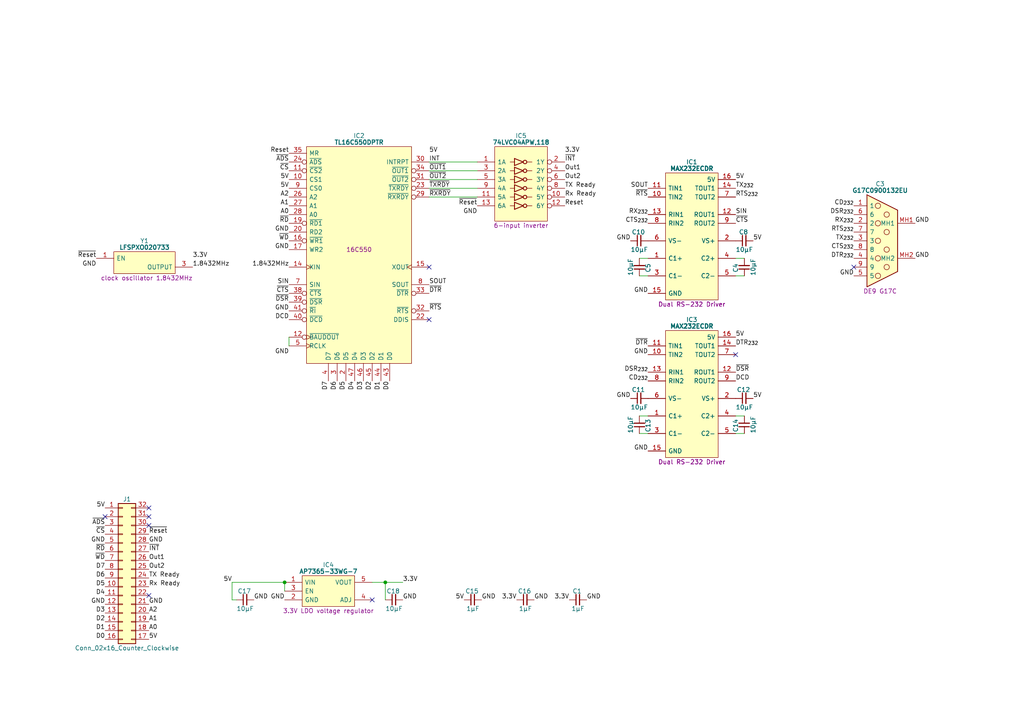
<source format=kicad_sch>
(kicad_sch (version 20230121) (generator eeschema)
  (paper "A4")
  (title_block (title "GPIO 4bit"))
  (lib_symbols
    (symbol "Amphenol:G17C0900132EU" (pin_names (offset 0.762))
      (property "Reference" "C" (at 7.62 6.35 0))
      (property "Value" "G17C0900132EU" (at 7.62 4.445 0))
      (property "Description" "DE9 G17C" (at 7.62 -24.765 0))
      (symbol "G17C0900132EU_0_0"
        (pin passive line (at 17.78 -5.08 180) (length 5.08) (name "MH1") (number "MH1"))
      )
      (symbol "G17C0900132EU_0_1"
        (polyline (pts (xy 3.81 3.175) (xy 3.81 -23.495) (xy 12.7 -19.05) (xy 12.7 -1.27) (xy 3.81 3.175)) (stroke (width 0.254)) (fill (type background)))
        (circle (center 6.985 -20.32) (radius 0.762))
        (circle (center 6.985 -15.24) (radius 0.762))
        (circle (center 6.985 -10.16) (radius 0.762))
        (circle (center 6.985 -5.08) (radius 0.762))
        (circle (center 6.985 0) (radius 0.762))
        (circle (center 9.525 -17.78) (radius 0.762))
        (circle (center 9.525 -12.7) (radius 0.762))
        (circle (center 9.525 -7.62) (radius 0.762))
        (circle (center 9.525 -2.54) (radius 0.762))
      )
      (symbol "G17C0900132EU_1_0"
        (pin passive line (at 17.78 -15.24 180) (length 5.08) (name "MH2") (number "MH2"))
      )
      (symbol "G17C0900132EU_1_1"
        (pin passive line (at 0 0 0) (length 3.81) (name "1") (number "1"))
        (pin passive line (at 0 -5.08 0) (length 3.81) (name "2") (number "2"))
        (pin passive line (at 0 -10.16 0) (length 3.81) (name "3") (number "3"))
        (pin passive line (at 0 -15.24 0) (length 3.81) (name "4") (number "4"))
        (pin passive line (at 0 -20.32 0) (length 3.81) (name "5") (number "5"))
        (pin passive line (at 0 -2.54 0) (length 3.81) (name "6") (number "6"))
        (pin passive line (at 0 -7.62 0) (length 3.81) (name "7") (number "7"))
        (pin passive line (at 0 -12.7 0) (length 3.81) (name "8") (number "8"))
        (pin passive line (at 0 -17.78 0) (length 3.81) (name "9") (number "9"))
      )
    )
    (symbol "Connector_Generic:Conn_02x16_Counter_Clockwise" (pin_names (offset 1.016) hide)
      (property "Reference" "J" (at 1.27 20.32 0))
      (property "Value" "Conn_02x16_Counter_Clockwise" (at 1.27 -22.86 0))
      (symbol "Conn_02x16_Counter_Clockwise_1_1"
        (rectangle (start -1.27 -20.193) (end 0 -20.447) (stroke (width 0.1524)))
        (rectangle (start -1.27 -17.653) (end 0 -17.907) (stroke (width 0.1524)))
        (rectangle (start -1.27 -15.113) (end 0 -15.367) (stroke (width 0.1524)))
        (rectangle (start -1.27 -12.573) (end 0 -12.827) (stroke (width 0.1524)))
        (rectangle (start -1.27 -10.033) (end 0 -10.287) (stroke (width 0.1524)))
        (rectangle (start -1.27 -7.493) (end 0 -7.747) (stroke (width 0.1524)))
        (rectangle (start -1.27 -4.953) (end 0 -5.207) (stroke (width 0.1524)))
        (rectangle (start -1.27 -2.413) (end 0 -2.667) (stroke (width 0.1524)))
        (rectangle (start -1.27 0.127) (end 0 -0.127) (stroke (width 0.1524)))
        (rectangle (start -1.27 2.667) (end 0 2.413) (stroke (width 0.1524)))
        (rectangle (start -1.27 5.207) (end 0 4.953) (stroke (width 0.1524)))
        (rectangle (start -1.27 7.747) (end 0 7.493) (stroke (width 0.1524)))
        (rectangle (start -1.27 10.287) (end 0 10.033) (stroke (width 0.1524)))
        (rectangle (start -1.27 12.827) (end 0 12.573) (stroke (width 0.1524)))
        (rectangle (start -1.27 15.367) (end 0 15.113) (stroke (width 0.1524)))
        (rectangle (start -1.27 17.907) (end 0 17.653) (stroke (width 0.1524)))
        (rectangle (start -1.27 19.05) (end 3.81 -21.59) (stroke (width 0.254)) (fill (type background)))
        (rectangle (start 3.81 -20.193) (end 2.54 -20.447) (stroke (width 0.1524)))
        (rectangle (start 3.81 -17.653) (end 2.54 -17.907) (stroke (width 0.1524)))
        (rectangle (start 3.81 -15.113) (end 2.54 -15.367) (stroke (width 0.1524)))
        (rectangle (start 3.81 -12.573) (end 2.54 -12.827) (stroke (width 0.1524)))
        (rectangle (start 3.81 -10.033) (end 2.54 -10.287) (stroke (width 0.1524)))
        (rectangle (start 3.81 -7.493) (end 2.54 -7.747) (stroke (width 0.1524)))
        (rectangle (start 3.81 -4.953) (end 2.54 -5.207) (stroke (width 0.1524)))
        (rectangle (start 3.81 -2.413) (end 2.54 -2.667) (stroke (width 0.1524)))
        (rectangle (start 3.81 0.127) (end 2.54 -0.127) (stroke (width 0.1524)))
        (rectangle (start 3.81 2.667) (end 2.54 2.413) (stroke (width 0.1524)))
        (rectangle (start 3.81 5.207) (end 2.54 4.953) (stroke (width 0.1524)))
        (rectangle (start 3.81 7.747) (end 2.54 7.493) (stroke (width 0.1524)))
        (rectangle (start 3.81 10.287) (end 2.54 10.033) (stroke (width 0.1524)))
        (rectangle (start 3.81 12.827) (end 2.54 12.573) (stroke (width 0.1524)))
        (rectangle (start 3.81 15.367) (end 2.54 15.113) (stroke (width 0.1524)))
        (rectangle (start 3.81 17.907) (end 2.54 17.653) (stroke (width 0.1524)))
        (pin passive line (at -5.08 17.78 0) (length 3.81) (name "Pin_1") (number "1"))
        (pin passive line (at -5.08 -5.08 0) (length 3.81) (name "Pin_10") (number "10"))
        (pin passive line (at -5.08 -7.62 0) (length 3.81) (name "Pin_11") (number "11"))
        (pin passive line (at -5.08 -10.16 0) (length 3.81) (name "Pin_12") (number "12"))
        (pin passive line (at -5.08 -12.7 0) (length 3.81) (name "Pin_13") (number "13"))
        (pin passive line (at -5.08 -15.24 0) (length 3.81) (name "Pin_14") (number "14"))
        (pin passive line (at -5.08 -17.78 0) (length 3.81) (name "Pin_15") (number "15"))
        (pin passive line (at -5.08 -20.32 0) (length 3.81) (name "Pin_16") (number "16"))
        (pin passive line (at 7.62 -20.32 180) (length 3.81) (name "Pin_17") (number "17"))
        (pin passive line (at 7.62 -17.78 180) (length 3.81) (name "Pin_18") (number "18"))
        (pin passive line (at 7.62 -15.24 180) (length 3.81) (name "Pin_19") (number "19"))
        (pin passive line (at -5.08 15.24 0) (length 3.81) (name "Pin_2") (number "2"))
        (pin passive line (at 7.62 -12.7 180) (length 3.81) (name "Pin_20") (number "20"))
        (pin passive line (at 7.62 -10.16 180) (length 3.81) (name "Pin_21") (number "21"))
        (pin passive line (at 7.62 -7.62 180) (length 3.81) (name "Pin_22") (number "22"))
        (pin passive line (at 7.62 -5.08 180) (length 3.81) (name "Pin_23") (number "23"))
        (pin passive line (at 7.62 -2.54 180) (length 3.81) (name "Pin_24") (number "24"))
        (pin passive line (at 7.62 0 180) (length 3.81) (name "Pin_25") (number "25"))
        (pin passive line (at 7.62 2.54 180) (length 3.81) (name "Pin_26") (number "26"))
        (pin passive line (at 7.62 5.08 180) (length 3.81) (name "Pin_27") (number "27"))
        (pin passive line (at 7.62 7.62 180) (length 3.81) (name "Pin_28") (number "28"))
        (pin passive line (at 7.62 10.16 180) (length 3.81) (name "Pin_29") (number "29"))
        (pin passive line (at -5.08 12.7 0) (length 3.81) (name "Pin_3") (number "3"))
        (pin passive line (at 7.62 12.7 180) (length 3.81) (name "Pin_30") (number "30"))
        (pin passive line (at 7.62 15.24 180) (length 3.81) (name "Pin_31") (number "31"))
        (pin passive line (at 7.62 17.78 180) (length 3.81) (name "Pin_32") (number "32"))
        (pin passive line (at -5.08 10.16 0) (length 3.81) (name "Pin_4") (number "4"))
        (pin passive line (at -5.08 7.62 0) (length 3.81) (name "Pin_5") (number "5"))
        (pin passive line (at -5.08 5.08 0) (length 3.81) (name "Pin_6") (number "6"))
        (pin passive line (at -5.08 2.54 0) (length 3.81) (name "Pin_7") (number "7"))
        (pin passive line (at -5.08 0 0) (length 3.81) (name "Pin_8") (number "8"))
        (pin passive line (at -5.08 -2.54 0) (length 3.81) (name "Pin_9") (number "9"))
      )
    )
    (symbol "Diodes_Inc:AP7365-33WG-7" (pin_names (offset 0.762))
      (property "Reference" "IC" (at 12.7 5.08 0))
      (property "Value" "AP7365-33WG-7" (at 12.7 3.175 0))
      (property "Description" "3.3V LDO voltage regulator" (at 12.7 -8.255 0))
      (symbol "AP7365-33WG-7_0_0"
        (pin passive line (at 0 0 0) (length 5.08) (name "VIN") (number "1"))
        (pin passive line (at 0 -5.08 0) (length 5.08) (name "GND") (number "2"))
        (pin input line (at 0 -2.54 0) (length 5.08) (name "EN") (number "3"))
        (pin passive line (at 25.4 -5.08 180) (length 5.08) (name "ADJ") (number "4"))
        (pin passive line (at 25.4 0 180) (length 5.08) (name "VOUT") (number "5"))
      )
      (symbol "AP7365-33WG-7_0_1"
        (polyline (pts (xy 5.08 1.905) (xy 20.32 1.905) (xy 20.32 -6.985) (xy 5.08 -6.985) (xy 5.08 1.905)) (fill (type background)))
      )
    )
    (symbol "HCP65:C_0805" (pin_numbers hide) (pin_names (offset 0.254) hide)
      (property "Reference" "C" (at 2.286 2.54 0))
      (property "Value" "?μF" (at 2.54 -2.54 0))
      (symbol "C_0805_0_1"
        (polyline (pts (xy 1.9685 -1.4605) (xy 1.9685 1.5875)) (stroke (width 0.3048)))
        (polyline (pts (xy 2.9845 -1.4605) (xy 2.9845 1.5875)) (stroke (width 0.3302)))
      )
      (symbol "C_0805_1_1"
        (pin passive line (at 0 0 0) (length 2.032) (name "~") (number "1"))
        (pin passive line (at 5.08 0 180) (length 2.032) (name "~") (number "2"))
      )
    )
    (symbol "IQD:LFSPXO020733" (pin_names (offset 0.762))
      (property "Reference" "Y" (at 13.97 5.08 0))
      (property "Value" "LFSPXO020733" (at 13.97 3.175 0))
      (property "Description" "clock oscillator 1.8432MHz" (at 14.605 -5.715 0))
      (symbol "LFSPXO020733_0_0"
        (pin input line (at 0 0 0) (length 5.08) (name "EN") (number "1"))
        (pin passive line (at 0 -2.54 0) (length 5.08) hide (name "GND") (number "2"))
        (pin output line (at 27.94 -2.54 180) (length 5.08) (name "OUTPUT") (number "3"))
        (pin passive line (at 27.94 0 180) (length 5.08) hide (name "3V") (number "4"))
      )
      (symbol "LFSPXO020733_0_1"
        (polyline (pts (xy 5.08 1.905) (xy 22.86 1.905) (xy 22.86 -4.445) (xy 5.08 -4.445) (xy 5.08 1.905)) (stroke (width 0.1524)) (fill (type background)))
      )
    )
    (symbol "Maxim:MAX232ECDR" (pin_names (offset 0.762))
      (property "Reference" "IC" (at 12.7 5.08 0))
      (property "Value" "MAX232ECDR" (at 12.7 3.175 0))
      (property "Description" "Dual RS-232 Driver" (at 12.7 -36.195 0))
      (symbol "MAX232ECDR_0_0"
        (pin passive line (at 0 -22.86 0) (length 5.08) (name "C1+") (number "1"))
        (pin output line (at 25.4 -10.16 180) (length 5.08) (name "ROUT1") (number "12"))
        (pin input line (at 0 -10.16 0) (length 5.08) (name "RIN1") (number "13"))
        (pin passive line (at 0 -27.94 0) (length 5.08) (name "C1-") (number "3"))
        (pin passive line (at 25.4 -22.86 180) (length 5.08) (name "C2+") (number "4"))
        (pin passive line (at 25.4 -27.94 180) (length 5.08) (name "C2-") (number "5"))
        (pin input line (at 0 -12.7 0) (length 5.08) (name "RIN2") (number "8"))
        (pin output line (at 25.4 -12.7 180) (length 5.08) (name "ROUT2") (number "9"))
      )
      (symbol "MAX232ECDR_0_1"
        (polyline (pts (xy 5.08 1.905) (xy 20.32 1.905) (xy 20.32 -34.925) (xy 5.08 -34.925) (xy 5.08 1.905)) (stroke (width 0.1524)) (fill (type background)))
      )
      (symbol "MAX232ECDR_1_0"
        (pin input line (at 0 -5.08 0) (length 5.08) (name "TIN2") (number "10"))
        (pin input line (at 0 -2.54 0) (length 5.08) (name "TIN1") (number "11"))
        (pin output line (at 25.4 -2.54 180) (length 5.08) (name "TOUT1") (number "14"))
        (pin passive line (at 0 -33.02 0) (length 5.08) (name "GND") (number "15"))
        (pin passive line (at 25.4 0 180) (length 5.08) (name "5V") (number "16"))
        (pin output line (at 25.4 -17.78 180) (length 5.08) (name "VS+") (number "2"))
        (pin output line (at 0 -17.78 0) (length 5.08) (name "VS-") (number "6"))
        (pin output line (at 25.4 -5.08 180) (length 5.08) (name "TOUT2") (number "7"))
      )
    )
    (symbol "Nexperia:74LVC04APW,118" (pin_names (offset 0.762))
      (property "Reference" "IC" (at 12.7 7.62 0))
      (property "Value" "74LVC04APW,118" (at 12.7 5.715 0))
      (property "Description" "6-input inverter" (at 12.7 -18.415 0))
      (symbol "74LVC04APW,118_0_0"
        (pin input line (at 0 0 0) (length 5.08) (name "1A") (number "1"))
        (pin output inverted (at 25.4 -10.16 180) (length 5.08) (name "5Y") (number "10"))
        (pin input line (at 0 -10.16 0) (length 5.08) (name "5A") (number "11"))
        (pin output inverted (at 25.4 -12.7 180) (length 5.08) (name "6Y") (number "12"))
        (pin input line (at 0 -12.7 0) (length 5.08) (name "6A") (number "13"))
        (pin passive line (at 25.4 2.54 180) (length 5.08) hide (name "3V") (number "14"))
        (pin output inverted (at 25.4 0 180) (length 5.08) (name "1Y") (number "2"))
        (pin input line (at 0 -2.54 0) (length 5.08) (name "2A") (number "3"))
        (pin output inverted (at 25.4 -2.54 180) (length 5.08) (name "2Y") (number "4"))
        (pin input line (at 0 -5.08 0) (length 5.08) (name "3A") (number "5"))
        (pin output inverted (at 25.4 -5.08 180) (length 5.08) (name "3Y") (number "6"))
        (pin passive line (at 0 -15.24 0) (length 5.08) hide (name "GND") (number "7"))
        (pin output inverted (at 25.4 -7.62 180) (length 5.08) (name "4Y") (number "8"))
        (pin input line (at 0 -7.62 0) (length 5.08) (name "4A") (number "9"))
      )
      (symbol "74LVC04APW,118_0_1"
        (polyline (pts (xy 9.525 -12.7) (xy 10.7949 -12.7)))
        (polyline (pts (xy 9.525 -10.16) (xy 10.7949 -10.16)))
        (polyline (pts (xy 9.525 -7.62) (xy 10.7949 -7.62)))
        (polyline (pts (xy 9.525 -5.08) (xy 10.7949 -5.08)))
        (polyline (pts (xy 9.525 -2.54) (xy 10.7949 -2.54)))
        (polyline (pts (xy 9.525 0) (xy 10.7949 0)))
        (polyline (pts (xy 14.351 -12.7) (xy 15.875 -12.7)))
        (polyline (pts (xy 14.351 -10.16) (xy 15.875 -10.16)))
        (polyline (pts (xy 14.351 -7.62) (xy 15.875 -7.62)))
        (polyline (pts (xy 14.351 -5.08) (xy 15.875 -5.08)))
        (polyline (pts (xy 14.351 -2.54) (xy 15.875 -2.54)))
        (polyline (pts (xy 14.351 0) (xy 15.875 0)))
        (polyline (pts (xy 10.795 -13.716) (xy 13.335 -12.7) (xy 10.795 -11.684)) (stroke (width 0.254)))
        (polyline (pts (xy 10.795 -11.176) (xy 13.335 -10.16) (xy 10.795 -9.144)) (stroke (width 0.254)))
        (polyline (pts (xy 10.795 -8.636) (xy 13.335 -7.62) (xy 10.795 -6.604)) (stroke (width 0.254)))
        (polyline (pts (xy 10.795 -6.096) (xy 13.335 -5.08) (xy 10.795 -4.064)) (stroke (width 0.254)))
        (polyline (pts (xy 10.795 -3.556) (xy 13.335 -2.54) (xy 10.795 -1.524)) (stroke (width 0.254)))
        (polyline (pts (xy 10.795 -1.016) (xy 13.335 0) (xy 10.795 1.016)) (stroke (width 0.254)))
        (polyline (pts (xy 5.08 4.445) (xy 20.32 4.445) (xy 20.32 -17.145) (xy 5.08 -17.145) (xy 5.08 4.445)) (stroke (width 0.1524)) (fill (type background)))
        (rectangle (start 10.795 -11.684) (end 10.795 -13.716) (stroke (width 0.254)) (fill (type background)))
        (rectangle (start 10.795 -9.144) (end 10.795 -11.176) (stroke (width 0.254)) (fill (type background)))
        (rectangle (start 10.795 -6.604) (end 10.795 -8.636) (stroke (width 0.254)) (fill (type background)))
        (rectangle (start 10.795 -4.064) (end 10.795 -6.096) (stroke (width 0.254)) (fill (type background)))
        (rectangle (start 10.795 -1.524) (end 10.795 -3.556) (stroke (width 0.254)) (fill (type background)))
        (rectangle (start 10.795 1.016) (end 10.795 -1.016) (stroke (width 0.254)) (fill (type background)))
        (circle (center 13.843 -12.7) (radius 0.508) (stroke (width 0.254)))
        (circle (center 13.843 -10.16) (radius 0.508) (stroke (width 0.254)))
        (circle (center 13.843 -7.62) (radius 0.508) (stroke (width 0.254)))
        (circle (center 13.843 -5.08) (radius 0.508) (stroke (width 0.254)))
        (circle (center 13.843 -2.54) (radius 0.508) (stroke (width 0.254)))
        (circle (center 13.843 0) (radius 0.508) (stroke (width 0.254)))
      )
    )
    (symbol "Texas_Instruments:TL16C550DPTR" (pin_names (offset 0.762))
      (property "Reference" "IC" (at 20.32 5.08 0))
      (property "Value" "TL16C550DPTR" (at 20.32 3.175 0))
      (property "Description" "16C550" (at 20.32 -27.94 0))
      (symbol "TL16C550DPTR_0_0"
        (pin input line (at 0 -7.62 0) (length 5.08) (name "CS1") (number "10"))
        (pin input inverted (at 0 -5.08 0) (length 5.08) (name "~{CS2}") (number "11"))
        (pin input clock (at 0 -33.02 0) (length 5.08) (name "XIN") (number "14"))
        (pin input inverted (at 0 -25.4 0) (length 5.08) (name "~{WR1}") (number "16"))
        (pin input line (at 0 -27.94 0) (length 5.08) (name "WR2") (number "17"))
        (pin input inverted (at 0 -20.32 0) (length 5.08) (name "~{RD1}") (number "19"))
        (pin tri_state line (at 16.51 -66.04 90) (length 5.08) (name "D5") (number "2"))
        (pin input line (at 0 -22.86 0) (length 5.08) (name "RD2") (number "20"))
        (pin output line (at 40.64 -48.26 180) (length 5.08) (name "DDIS") (number "22"))
        (pin output inverted (at 40.64 -10.16 180) (length 5.08) (name "~{TXRDY}") (number "23"))
        (pin input inverted (at 0 -2.54 0) (length 5.08) (name "~{ADS}") (number "24"))
        (pin input line (at 0 -12.7 0) (length 5.08) (name "A2") (number "26"))
        (pin input line (at 0 -15.24 0) (length 5.08) (name "A1") (number "27"))
        (pin input line (at 0 -17.78 0) (length 5.08) (name "A0") (number "28"))
        (pin output inverted (at 40.64 -12.7 180) (length 5.08) (name "~{RXRDY}") (number "29"))
        (pin tri_state line (at 13.97 -66.04 90) (length 5.08) (name "D6") (number "3"))
        (pin output line (at 40.64 -2.54 180) (length 5.08) (name "INTRPT") (number "30"))
        (pin output inverted (at 40.64 -7.62 180) (length 5.08) (name "~{OUT2}") (number "31"))
        (pin output inverted (at 40.64 -45.72 180) (length 5.08) (name "~{RTS}") (number "32"))
        (pin output inverted (at 40.64 -40.64 180) (length 5.08) (name "~{DTR}") (number "33"))
        (pin output inverted (at 40.64 -5.08 180) (length 5.08) (name "~{OUT1}") (number "34"))
        (pin input line (at 0 0 0) (length 5.08) (name "MR") (number "35"))
        (pin input inverted (at 0 -40.64 0) (length 5.08) (name "~{CTS}") (number "38"))
        (pin input inverted (at 0 -43.18 0) (length 5.08) (name "~{DSR}") (number "39"))
        (pin tri_state line (at 11.43 -66.04 90) (length 5.08) (name "D7") (number "4"))
        (pin input inverted (at 0 -48.26 0) (length 5.08) (name "~{DCD}") (number "40"))
        (pin input inverted (at 0 -45.72 0) (length 5.08) (name "~{RI}") (number "41"))
        (pin tri_state line (at 29.21 -66.04 90) (length 5.08) (name "D0") (number "43"))
        (pin tri_state line (at 26.67 -66.04 90) (length 5.08) (name "D1") (number "44"))
        (pin tri_state line (at 24.13 -66.04 90) (length 5.08) (name "D2") (number "45"))
        (pin tri_state line (at 21.59 -66.04 90) (length 5.08) (name "D3") (number "46"))
        (pin tri_state line (at 19.05 -66.04 90) (length 5.08) (name "D4") (number "47"))
        (pin input clock (at 0 -55.88 0) (length 5.08) (name "RCLK") (number "5"))
        (pin input line (at 0 -38.1 0) (length 5.08) (name "SIN") (number "7"))
        (pin output line (at 40.64 -38.1 180) (length 5.08) (name "SOUT") (number "8"))
        (pin input line (at 0 -10.16 0) (length 5.08) (name "CS0") (number "9"))
      )
      (symbol "TL16C550DPTR_0_1"
        (polyline (pts (xy 5.08 1.905) (xy 35.56 1.905) (xy 35.56 -60.96) (xy 5.08 -60.96) (xy 5.08 1.905)) (stroke (width 0.1524)) (fill (type background)))
      )
      (symbol "TL16C550DPTR_1_0"
        (pin no_connect line (at 40.64 -17.78 180) (length 5.08) hide (name "N.C.") (number "1"))
        (pin output inverted_clock (at 0 -53.34 0) (length 5.08) (name "~{BAUDOUT}") (number "12"))
        (pin no_connect line (at 40.64 -22.86 180) (length 5.08) hide (name "N.C.") (number "13"))
        (pin output clock (at 40.64 -33.02 180) (length 5.08) (name "XOUT") (number "15"))
        (pin passive line (at 0 -58.42 0) (length 5.08) hide (name "GND") (number "18"))
        (pin no_connect line (at 40.64 -25.4 180) (length 5.08) hide (name "N.C.") (number "21"))
        (pin no_connect line (at 40.64 -27.94 180) (length 5.08) hide (name "N.C.") (number "25"))
        (pin no_connect line (at 40.64 -53.34 180) (length 5.08) hide (name "N.C.") (number "36"))
        (pin no_connect line (at 40.64 -55.88 180) (length 5.08) hide (name "N.C.") (number "37"))
        (pin passive line (at 40.64 0 180) (length 5.08) hide (name "5V") (number "42"))
        (pin no_connect line (at 40.64 -58.42 180) (length 5.08) hide (name "N.C.") (number "48"))
        (pin no_connect line (at 40.64 -20.32 180) (length 5.08) hide (name "N.C.") (number "6"))
      )
    )
  )
  (junction (at 111.76 168.91))
  (junction (at 82.55 168.91))
  (no_connect (at 30.48 149.86))
  (no_connect (at 107.95 173.99))
  (no_connect (at 124.46 92.71))
  (no_connect (at 43.18 147.32))
  (no_connect (at 247.65 77.47))
  (no_connect (at 124.46 77.47))
  (no_connect (at 43.18 152.4))
  (no_connect (at 43.18 149.86))
  (no_connect (at 43.18 172.72))
  (no_connect (at 213.36 102.87))
  (wire (pts (xy 185.42 74.93) (xy 187.96 74.93)))
  (wire (pts (xy 83.82 97.79) (xy 83.82 100.33)))
  (wire (pts (xy 107.95 168.91) (xy 111.76 168.91)))
  (wire (pts (xy 185.42 120.65) (xy 187.96 120.65)))
  (wire (pts (xy 213.36 125.73) (xy 215.9 125.73)))
  (wire (pts (xy 67.31 173.99) (xy 68.58 173.99)))
  (wire (pts (xy 124.46 57.15) (xy 138.43 57.15)))
  (wire (pts (xy 67.31 168.91) (xy 82.55 168.91)))
  (wire (pts (xy 213.36 120.65) (xy 215.9 120.65)))
  (wire (pts (xy 67.31 168.91) (xy 67.31 173.99)))
  (wire (pts (xy 213.36 80.01) (xy 215.9 80.01)))
  (wire (pts (xy 124.46 54.61) (xy 138.43 54.61)))
  (wire (pts (xy 124.46 49.53) (xy 138.43 49.53)))
  (wire (pts (xy 111.76 173.99) (xy 111.76 168.91)))
  (wire (pts (xy 213.36 74.93) (xy 215.9 74.93)))
  (wire (pts (xy 82.55 168.91) (xy 82.55 171.45)))
  (wire (pts (xy 185.42 125.73) (xy 187.96 125.73)))
  (wire (pts (xy 185.42 80.01) (xy 187.96 80.01)))
  (wire (pts (xy 124.46 46.99) (xy 138.43 46.99)))
  (wire (pts (xy 124.46 52.07) (xy 138.43 52.07)))
  (wire (pts (xy 111.76 168.91) (xy 116.84 168.91)))
  (label "GND" (at 116.84 173.99 0))
  (label "D1" (at 30.48 182.88 180))
  (label "Out1" (at 163.83 49.53 0))
  (label "~{DTR}" (at 187.96 100.33 180))
  (label "~{TXRDY}" (at 124.46 54.61 0))
  (label "GND" (at 83.82 67.31 180))
  (label "GND" (at 247.65 80.01 180))
  (label "5V" (at 124.46 44.45 0))
  (label "5V" (at 83.82 54.61 180))
  (label "~{INT}" (at 43.18 160.02 0))
  (label "D7" (at 95.25 110.49 270))
  (label "GND" (at 82.55 173.99 180))
  (label "~{Reset}" (at 138.43 59.69 180))
  (label "3.3V" (at 116.84 168.91 0))
  (label "Out2" (at 43.18 165.1 0))
  (label "DTR_{232}" (at 213.36 100.33 0))
  (label "D0" (at 30.48 185.42 180))
  (label "5V" (at 30.48 147.32 180))
  (label "3.3V" (at 55.88 74.93 0))
  (label "DCD" (at 213.36 110.49 0))
  (label "DTR_{232}" (at 247.65 74.93 180))
  (label "GND" (at 83.82 90.17 180))
  (label "A2" (at 43.18 177.8 0))
  (label "A0" (at 43.18 182.88 0))
  (label "CD_{232}" (at 247.65 59.69 180))
  (label "5V" (at 218.44 115.57 0))
  (label "A1" (at 43.18 180.34 0))
  (label "1.8432MHz" (at 83.82 77.47 180))
  (label "D6" (at 30.48 167.64 180))
  (label "~{OUT2}" (at 124.46 52.07 0))
  (label "A1" (at 83.82 59.69 180))
  (label "CD_{232}" (at 187.96 110.49 180))
  (label "RTS_{232}" (at 213.36 57.15 0))
  (label "SIN" (at 83.82 82.55 180))
  (label "3.3V" (at 163.83 44.45 0))
  (label "D5" (at 30.48 170.18 180))
  (label "GND" (at 170.18 173.99 0))
  (label "GND" (at 265.43 64.77 0))
  (label "3.3V" (at 149.86 173.99 180))
  (label "5V" (at 83.82 52.07 180))
  (label "D7" (at 30.48 165.1 180))
  (label "Out2" (at 163.83 52.07 0))
  (label "~{OUT1}" (at 124.46 49.53 0))
  (label "5V" (at 213.36 52.07 0))
  (label "5V" (at 218.44 69.85 0))
  (label "5V" (at 134.62 173.99 180))
  (label "~{Reset}" (at 43.18 154.94 0))
  (label "GND" (at 182.88 69.85 180))
  (label "~{INT}" (at 163.83 46.99 0))
  (label "~{ADS}" (at 83.82 46.99 180))
  (label "Rx Ready" (at 163.83 57.15 0))
  (label "D3" (at 30.48 177.8 180))
  (label "GND" (at 138.43 62.23 180))
  (label "GND" (at 187.96 85.09 180))
  (label "GND" (at 83.82 102.87 180))
  (label "D6" (at 97.79 110.49 270))
  (label "~{CTS}" (at 83.82 85.09 180))
  (label "GND" (at 265.43 74.93 0))
  (label "GND" (at 187.96 102.87 180))
  (label "GND" (at 139.7 173.99 0))
  (label "GND" (at 187.96 130.81 180))
  (label "~{CTS}" (at 213.36 64.77 0))
  (label "~{WD}" (at 83.82 69.85 180))
  (label "A2" (at 83.82 57.15 180))
  (label "GND" (at 154.94 173.99 0))
  (label "DCD" (at 83.82 92.71 180))
  (label "~{RXRDY}" (at 124.46 57.15 0))
  (label "INT" (at 124.46 46.99 0))
  (label "D4" (at 30.48 172.72 180))
  (label "1.8432MHz" (at 55.88 77.47 0))
  (label "D1" (at 110.49 110.49 270))
  (label "DSR_{232}" (at 187.96 107.95 180))
  (label "3.3V" (at 165.1 173.99 180))
  (label "TX Ready" (at 43.18 167.64 0))
  (label "TX Ready" (at 163.83 54.61 0))
  (label "RX_{232}" (at 247.65 64.77 180))
  (label "GND" (at 182.88 115.57 180))
  (label "Reset" (at 163.83 59.69 0))
  (label "GND" (at 30.48 157.48 180))
  (label "~{RD}" (at 30.48 160.02 180))
  (label "~{RD}" (at 83.82 64.77 180))
  (label "5V" (at 213.36 97.79 0))
  (label "Rx Ready" (at 43.18 170.18 0))
  (label "CTS_{232}" (at 187.96 64.77 180))
  (label "~{DTR}" (at 124.46 85.09 0))
  (label "D2" (at 107.95 110.49 270))
  (label "RTS_{232}" (at 247.65 67.31 180))
  (label "~{WD}" (at 30.48 162.56 180))
  (label "D2" (at 30.48 180.34 180))
  (label "~{RTS}" (at 187.96 57.15 180))
  (label "~{DSR}" (at 83.82 87.63 180))
  (label "SOUT" (at 124.46 82.55 0))
  (label "5V" (at 43.18 185.42 0))
  (label "TX_{232}" (at 247.65 69.85 180))
  (label "GND" (at 83.82 72.39 180))
  (label "~{Reset}" (at 27.94 74.93 180))
  (label "Reset" (at 83.82 44.45 180))
  (label "D0" (at 113.03 110.49 270))
  (label "DSR_{232}" (at 247.65 62.23 180))
  (label "GND" (at 30.48 175.26 180))
  (label "~{ADS}" (at 30.48 152.4 180))
  (label "Out1" (at 43.18 162.56 0))
  (label "SOUT" (at 187.96 54.61 180))
  (label "~{CS}" (at 30.48 154.94 180))
  (label "A0" (at 83.82 62.23 180))
  (label "D5" (at 100.33 110.49 270))
  (label "GND" (at 43.18 157.48 0))
  (label "TX_{232}" (at 213.36 54.61 0))
  (label "GND" (at 73.66 173.99 0))
  (label "GND" (at 43.18 175.26 0))
  (label "D3" (at 105.41 110.49 270))
  (label "GND" (at 27.94 77.47 180))
  (label "5V" (at 67.31 168.91 180))
  (label "~{RTS}" (at 124.46 90.17 0))
  (label "SIN" (at 213.36 62.23 0))
  (label "~{CS}" (at 83.82 49.53 180))
  (label "CTS_{232}" (at 247.65 72.39 180))
  (label "D4" (at 102.87 110.49 270))
  (label "~{DSR}" (at 213.36 107.95 0))
  (label "RX_{232}" (at 187.96 62.23 180))
  (symbol (lib_id "IQD:LFSPXO020733") (at 27.94 74.93 0) (unit 1)
    (property "Reference" "Y1" (at 41.91 69.85 0))
    (property "Value" "LFSPXO020733" (at 41.91 71.755 0) (effects (font bold)))
    (property "Footprint" "SamacSys_Parts:LFSPXO020733" (effects hide))
    (property "Datasheet" "https://www.mouser.co.za/datasheet/2/741/LFSPXO020733Reel-984741.pdf" (effects hide))
    (property "Description" "clock oscillator 1.8432MHz" (at 42.545 80.645 0))
    (property "Silkscreen" "1.8432Hz" (effects hide))
  )
  (symbol (lib_id "HCP65:C_0805") (at 215.9 125.73 90) (unit 1)
    (property "Reference" "C14" (at 213.36 123.444 0))
    (property "Value" "10μF" (at 218.44 123.19 0))
    (property "Footprint" "SamacSys_Parts:C_0805" (effects hide))
  )
  (symbol (lib_id "HCP65:C_0805") (at 185.42 125.73 270) (mirror x) (unit 1)
    (property "Reference" "C13" (at 187.96 123.444 0))
    (property "Value" "10μF" (at 182.88 123.19 0))
    (property "Footprint" "SamacSys_Parts:C_0805" (effects hide))
  )
  (symbol (lib_id "Maxim:MAX232ECDR") (at 187.96 97.79 0) (unit 1)
    (property "Reference" "IC3" (at 200.66 92.71 0))
    (property "Value" "MAX232ECDR" (at 200.66 94.615 0) (effects (font bold)))
    (property "Footprint" "SOIC127P600X175-16N" (effects hide))
    (property "Datasheet" "http://www.ti.com/lit/gpn/max232e" (effects hide))
    (property "Description" "Dual RS-232 Driver" (at 200.66 133.985 0))
    (property "Height" "1.75" (effects hide))
    (property "Manufacturer_Name" "Texas Instruments" (effects hide))
    (property "Manufacturer_Part_Number" "MAX232ECDR" (effects hide))
    (property "Mouser Part Number" "595-MAX232ECDR" (effects hide))
    (property "Mouser Price/Stock" "https://www.mouser.co.uk/ProductDetail/Texas-Instruments/MAX232ECDR?qs=iSMark9AYDXBoxfoYrqVyg%3D%3D" (effects hide))
    (property "Arrow Part Number" "MAX232ECDR" (effects hide))
    (property "Arrow Price/Stock" "https://www.arrow.com/en/products/max232ecdr/texas-instruments?region=nac" (effects hide))
  )
  (symbol (lib_id "HCP65:C_0805") (at 185.42 80.01 270) (mirror x) (unit 1)
    (property "Reference" "C5" (at 187.96 77.724 0))
    (property "Value" "10μF" (at 182.88 77.47 0))
    (property "Footprint" "SamacSys_Parts:C_0805" (effects hide))
  )
  (symbol (lib_id "Nexperia:74LVC04APW,118") (at 138.43 46.99 0) (unit 1)
    (property "Reference" "IC5" (at 151.13 39.37 0))
    (property "Value" "74LVC04APW,118" (at 151.13 41.275 0) (effects (font bold)))
    (property "Footprint" "SOP65P640X110-14N" (effects hide))
    (property "Datasheet" "https://assets.nexperia.com/documents/data-sheet/74LVC04A.pdf" (effects hide))
    (property "Description" "6-input inverter" (at 151.13 65.405 0))
    (property "Height" "1.1" (effects hide))
    (property "Manufacturer_Name" "Nexperia" (effects hide))
    (property "Manufacturer_Part_Number" "74LVC04APW,118" (effects hide))
    (property "Mouser Part Number" "771-74LVC04APW-T" (effects hide))
    (property "Mouser Price/Stock" "https://www.mouser.co.uk/ProductDetail/Nexperia/74LVC04APW118?qs=me8TqzrmIYUA5zXidd9%2F4g%3D%3D" (effects hide))
    (property "Silkscreen" "74LVC04" (effects hide))
  )
  (symbol (lib_id "HCP65:C_0805") (at 213.36 115.57 0) (unit 1)
    (property "Reference" "C12" (at 215.646 113.03 0))
    (property "Value" "10μF" (at 215.9 118.11 0))
    (property "Footprint" "SamacSys_Parts:C_0805" (effects hide))
  )
  (symbol (lib_id "Texas_Instruments:TL16C550DPTR") (at 83.82 44.45 0) (unit 1)
    (property "Reference" "IC2" (at 104.14 39.37 0))
    (property "Value" "TL16C550DPTR" (at 104.14 41.275 0) (effects (font bold)))
    (property "Footprint" "SamacSys_Parts:QFP50P900X900X120-48N" (effects hide))
    (property "Datasheet" "http://www.ti.com/lit/gpn/TL16C550D" (effects hide))
    (property "Description" "16C550" (at 104.14 72.39 0))
    (property "Height" "1.6" (effects hide))
    (property "Manufacturer_Name" "Texas Instruments" (effects hide))
    (property "Manufacturer_Part_Number" "TL16C550DPTR" (effects hide))
    (property "Mouser Part Number" "595-TL16C550DPTR" (effects hide))
    (property "Mouser Price/Stock" "https://www.mouser.co.uk/ProductDetail/Texas-Instruments/TL16C550DPTR?qs=odmYgEirbwzSWeapb8dmmw%3D%3D" (effects hide))
    (property "Silkscreen" "16C550" (effects hide))
  )
  (symbol (lib_id "Connector_Generic:Conn_02x16_Counter_Clockwise") (at 35.56 165.1 0) (unit 1)
    (property "Reference" "J1" (at 36.83 144.78 0))
    (property "Value" "Conn_02x16_Counter_Clockwise" (at 36.83 187.96 0))
    (property "Footprint" "SamacSys_Parts:DIP-32_Board_W22.86mm_Nak" (effects hide))
  )
  (symbol (lib_id "HCP65:C_0805") (at 111.76 173.99 0) (unit 1)
    (property "Reference" "C18" (at 114.046 171.45 0))
    (property "Value" "10µF" (at 111.76 176.53 0) (effects (justify left)))
    (property "Footprint" "SamacSys_Parts:C_0805" (effects hide))
  )
  (symbol (lib_id "HCP65:C_0805") (at 213.36 69.85 0) (unit 1)
    (property "Reference" "C8" (at 215.646 67.31 0))
    (property "Value" "10μF" (at 215.9 72.39 0))
    (property "Footprint" "SamacSys_Parts:C_0805" (effects hide))
  )
  (symbol (lib_id "HCP65:C_0805") (at 165.1 173.99 0) (unit 1)
    (property "Reference" "C1" (at 167.386 171.45 0))
    (property "Value" "1μF" (at 167.64 176.53 0))
    (property "Footprint" "SamacSys_Parts:C_0805" (effects hide))
  )
  (symbol (lib_id "HCP65:C_0805") (at 134.62 173.99 0) (unit 1)
    (property "Reference" "C15" (at 136.906 171.45 0))
    (property "Value" "1μF" (at 137.16 176.53 0))
    (property "Footprint" "SamacSys_Parts:C_0805" (effects hide))
  )
  (symbol (lib_id "Diodes_Inc:AP7365-33WG-7") (at 82.55 168.91 0) (unit 1)
    (property "Reference" "IC4" (at 95.25 163.83 0))
    (property "Value" "AP7365-33WG-7" (at 95.25 165.735 0) (effects (font bold)))
    (property "Footprint" "SOT95P285X130-5N" (effects hide))
    (property "Datasheet" "https://componentsearchengine.com/Datasheets/1/AP7365-33WG-7.pdf" (effects hide))
    (property "Description" "3.3V LDO voltage regulator" (at 95.25 177.165 0))
    (property "Height" "1.3" (effects hide))
    (property "Manufacturer_Name" "Diodes Inc." (effects hide))
    (property "Manufacturer_Part_Number" "AP7365-33WG-7" (effects hide))
    (property "Mouser Part Number" "621-AP7365-33WG-7" (effects hide))
    (property "Mouser Price/Stock" "https://www.mouser.co.uk/ProductDetail/Diodes-Incorporated/AP7365-33WG-7?qs=abZ1nkZpTuOZFvxvoFPL0w%3D%3D" (effects hide))
    (property "Arrow Part Number" "AP7365-33WG-7" (effects hide))
    (property "Arrow Price/Stock" "https://www.arrow.com/en/products/ap7365-33wg-7/diodes-incorporated?region=nac" (effects hide))
    (property "Silkscreen" "AP7365" (effects hide))
  )
  (symbol (lib_id "HCP65:C_0805") (at 68.58 173.99 0) (unit 1)
    (property "Reference" "C17" (at 70.866 171.45 0))
    (property "Value" "10µF" (at 68.58 176.53 0) (effects (justify left)))
    (property "Footprint" "SamacSys_Parts:C_0805" (effects hide))
  )
  (symbol (lib_id "HCP65:C_0805") (at 215.9 80.01 90) (unit 1)
    (property "Reference" "C4" (at 213.36 77.724 0))
    (property "Value" "10μF" (at 218.44 77.47 0))
    (property "Footprint" "SamacSys_Parts:C_0805" (effects hide))
  )
  (symbol (lib_id "Maxim:MAX232ECDR") (at 187.96 52.07 0) (unit 1)
    (property "Reference" "IC1" (at 200.66 46.99 0))
    (property "Value" "MAX232ECDR" (at 200.66 48.895 0) (effects (font bold)))
    (property "Footprint" "SOIC127P600X175-16N" (effects hide))
    (property "Datasheet" "http://www.ti.com/lit/gpn/max232e" (effects hide))
    (property "Description" "Dual RS-232 Driver" (at 200.66 88.265 0))
    (property "Height" "1.75" (effects hide))
    (property "Manufacturer_Name" "Texas Instruments" (effects hide))
    (property "Manufacturer_Part_Number" "MAX232ECDR" (effects hide))
    (property "Mouser Part Number" "595-MAX232ECDR" (effects hide))
    (property "Mouser Price/Stock" "https://www.mouser.co.uk/ProductDetail/Texas-Instruments/MAX232ECDR?qs=iSMark9AYDXBoxfoYrqVyg%3D%3D" (effects hide))
    (property "Arrow Part Number" "MAX232ECDR" (effects hide))
    (property "Arrow Price/Stock" "https://www.arrow.com/en/products/max232ecdr/texas-instruments?region=nac" (effects hide))
  )
  (symbol (lib_id "Amphenol:G17C0900132EU") (at 247.65 59.69 0) (unit 1)
    (property "Reference" "C3" (at 255.27 53.34 0))
    (property "Value" "G17C0900132EU" (at 255.27 55.245 0) (effects (font bold)))
    (property "Footprint" "G17C0900132EU" (effects hide))
    (property "Datasheet" "https://4donline.ihs.com/images/VipMasterIC/IC/AMPH/AMPHS14020/AMPHS14020-1.pdf?hkey=EF798316E3902B6ED9A73243A3159BB0" (effects hide))
    (property "Description" "DE9 G17C" (at 255.27 84.455 0))
    (property "Height" "12.93" (effects hide))
    (property "Manufacturer_Name" "Amphenol" (effects hide))
    (property "Manufacturer_Part_Number" "G17C0900132EU" (effects hide))
    (property "Mouser Part Number" "523-G17C0900132EU" (effects hide))
    (property "Mouser Price/Stock" "https://www.mouser.co.uk/ProductDetail/Amphenol-Commercial-Products/G17C0900132EU?qs=JZ%252BiKJYxjZWsw7teGjwdZQ%3D%3D" (effects hide))
    (property "Arrow Part Number" "G17C0900132EU" (effects hide))
    (property "Arrow Price/Stock" "https://www.arrow.com/en/products/g17c0900132eu/amphenol-fci?region=nac" (effects hide))
    (property "Silkscreen" "G17C" (effects hide))
  )
  (symbol (lib_id "HCP65:C_0805") (at 182.88 115.57 0) (unit 1)
    (property "Reference" "C11" (at 185.166 113.03 0))
    (property "Value" "10μF" (at 185.42 118.11 0))
    (property "Footprint" "SamacSys_Parts:C_0805" (effects hide))
  )
  (symbol (lib_id "HCP65:C_0805") (at 182.88 69.85 0) (unit 1)
    (property "Reference" "C10" (at 185.166 67.31 0))
    (property "Value" "10μF" (at 185.42 72.39 0))
    (property "Footprint" "SamacSys_Parts:C_0805" (effects hide))
  )
  (symbol (lib_id "HCP65:C_0805") (at 149.86 173.99 0) (unit 1)
    (property "Reference" "C16" (at 152.146 171.45 0))
    (property "Value" "1μF" (at 152.4 176.53 0))
    (property "Footprint" "SamacSys_Parts:C_0805" (effects hide))
  )
)
</source>
